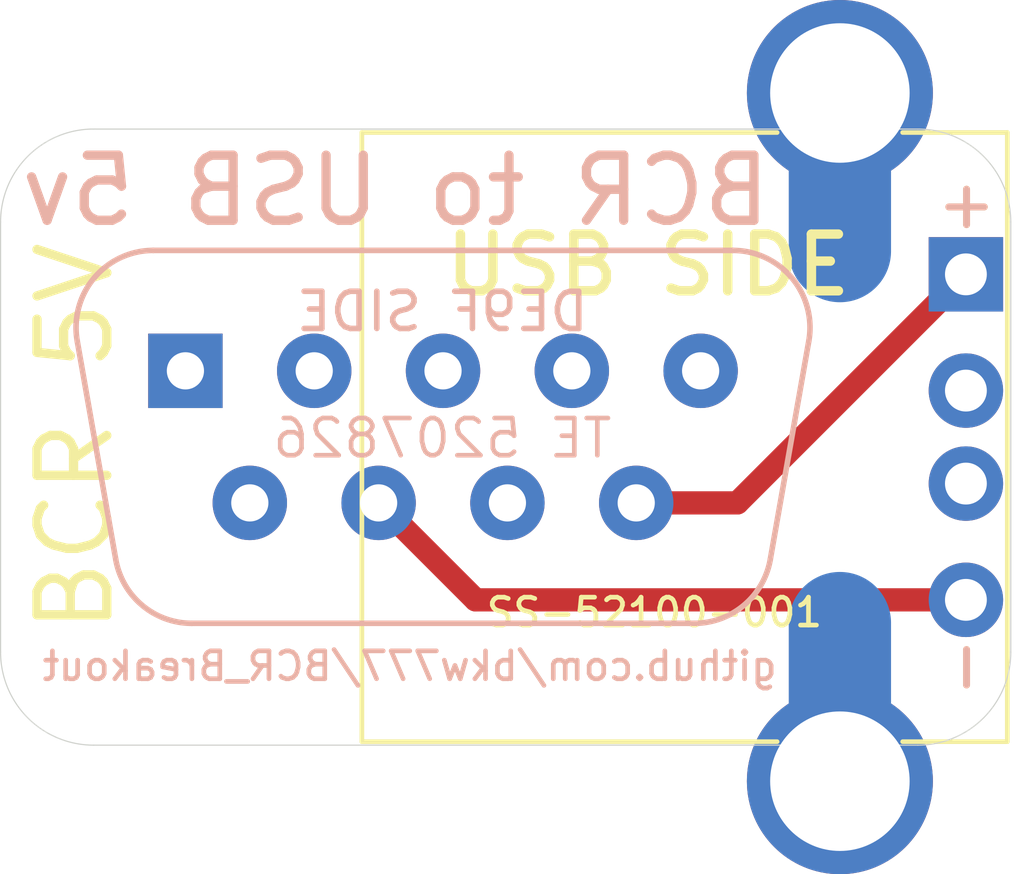
<source format=kicad_pcb>
(kicad_pcb (version 20171130) (host pcbnew 5.1.6-c6e7f7d~87~ubuntu20.04.1)

  (general
    (thickness 1.6)
    (drawings 25)
    (tracks 4)
    (zones 0)
    (modules 2)
    (nets 4)
  )

  (page A4)
  (layers
    (0 F.Cu signal)
    (31 B.Cu signal)
    (32 B.Adhes user)
    (33 F.Adhes user)
    (34 B.Paste user)
    (35 F.Paste user)
    (36 B.SilkS user)
    (37 F.SilkS user)
    (38 B.Mask user)
    (39 F.Mask user)
    (40 Dwgs.User user hide)
    (41 Cmts.User user hide)
    (42 Eco1.User user hide)
    (43 Eco2.User user hide)
    (44 Edge.Cuts user)
    (45 Margin user hide)
    (46 B.CrtYd user hide)
    (47 F.CrtYd user hide)
    (48 B.Fab user hide)
    (49 F.Fab user hide)
  )

  (setup
    (last_trace_width 0.5)
    (user_trace_width 0.5)
    (trace_clearance 0.16)
    (zone_clearance 0.508)
    (zone_45_only no)
    (trace_min 0.16)
    (via_size 0.42)
    (via_drill 0.26)
    (via_min_size 0.42)
    (via_min_drill 0.26)
    (uvia_size 0.3)
    (uvia_drill 0.1)
    (uvias_allowed no)
    (uvia_min_size 0.2)
    (uvia_min_drill 0.1)
    (edge_width 0.025)
    (segment_width 0.2)
    (pcb_text_width 0.3)
    (pcb_text_size 1.5 1.5)
    (mod_edge_width 0.1016)
    (mod_text_size 1 1)
    (mod_text_width 0.15)
    (pad_size 1.6 1.6)
    (pad_drill 0.8)
    (pad_to_mask_clearance 0)
    (aux_axis_origin 0 0)
    (grid_origin 127 95.758)
    (visible_elements FFFFFF7F)
    (pcbplotparams
      (layerselection 0x010fc_ffffffff)
      (usegerberextensions false)
      (usegerberattributes false)
      (usegerberadvancedattributes false)
      (creategerberjobfile false)
      (excludeedgelayer true)
      (linewidth 0.100000)
      (plotframeref false)
      (viasonmask false)
      (mode 1)
      (useauxorigin false)
      (hpglpennumber 1)
      (hpglpenspeed 20)
      (hpglpendiameter 15.000000)
      (psnegative false)
      (psa4output false)
      (plotreference true)
      (plotvalue true)
      (plotinvisibletext false)
      (padsonsilk false)
      (subtractmaskfromsilk false)
      (outputformat 1)
      (mirror false)
      (drillshape 1)
      (scaleselection 1)
      (outputdirectory ""))
  )

  (net 0 "")
  (net 1 /+5V)
  (net 2 /GND)
  (net 3 "Net-(CN2-PadSH)")

  (net_class Default "This is the default net class."
    (clearance 0.16)
    (trace_width 0.16)
    (via_dia 0.42)
    (via_drill 0.26)
    (uvia_dia 0.3)
    (uvia_drill 0.1)
    (add_net /+5V)
    (add_net /GND)
    (add_net "Net-(CN2-PadSH)")
  )

  (module 0_LOCAL:TE-5207826_cut (layer B.Cu) (tedit 5F2A163C) (tstamp 5F10118B)
    (at 121.475 94.333 180)
    (descr "9-pin D-Sub connector, straight/vertical, THT-mount, female, pitch 2.77x2.84mm, distance of mounting holes 25mm, see https://disti-assets.s3.amazonaws.com/tonar/files/datasheets/16730.pdf")
    (tags "9-pin D-Sub connector straight vertical THT female pitch 2.77x2.84mm mounting holes distance 25mm")
    (path /5F0C8236)
    (fp_text reference CN1 (at -5.5372 1.7018 180) (layer B.SilkS) hide
      (effects (font (size 1 1) (thickness 0.15)) (justify mirror))
    )
    (fp_text value DB9_Female (at -5.54 -4.53 180) (layer B.Fab)
      (effects (font (size 1 1) (thickness 0.15)) (justify mirror))
    )
    (fp_line (start 2.9 3.91) (end -13.95 3.91) (layer B.CrtYd) (width 0.05))
    (fp_line (start 2.9 -6.74) (end 2.9 3.91) (layer B.CrtYd) (width 0.05))
    (fp_line (start -13.95 -6.74) (end 2.9 -6.74) (layer B.CrtYd) (width 0.05))
    (fp_line (start -13.95 3.91) (end -13.95 -6.74) (layer B.CrtYd) (width 0.05))
    (fp_line (start -13.40647 0.641744) (end -12.577733 -4.058256) (layer B.SilkS) (width 0.12))
    (fp_line (start 2.32647 0.641744) (end 1.497733 -4.058256) (layer B.SilkS) (width 0.12))
    (fp_line (start -10.942952 -5.43) (end -0.137048 -5.43) (layer B.SilkS) (width 0.12))
    (fp_line (start -11.771689 2.59) (end 0.691689 2.59) (layer B.SilkS) (width 0.12))
    (fp_line (start -13.358887 0.652163) (end -12.53015 -4.047837) (layer B.Fab) (width 0.1))
    (fp_line (start 2.278887 0.652163) (end 1.45015 -4.047837) (layer B.Fab) (width 0.1))
    (fp_line (start -10.954457 -5.37) (end -0.125543 -5.37) (layer B.Fab) (width 0.1))
    (fp_line (start -11.783194 2.53) (end 0.703194 2.53) (layer B.Fab) (width 0.1))
    (fp_line (start -5.54 -0.82) (end -5.54 -2.02) (layer Dwgs.User) (width 0.01))
    (fp_line (start -6.54 -1.42) (end -4.54 -1.42) (layer Dwgs.User) (width 0.01))
    (fp_text user %R (at -5.54 -1.42 180) (layer B.Fab)
      (effects (font (size 1 1) (thickness 0.15)) (justify mirror))
    )
    (fp_arc (start -0.137048 -3.77) (end -0.137048 -5.43) (angle 80) (layer B.SilkS) (width 0.12))
    (fp_arc (start -10.942952 -3.77) (end -10.942952 -5.43) (angle -80) (layer B.SilkS) (width 0.12))
    (fp_arc (start 0.691689 0.93) (end 0.691689 2.59) (angle -100) (layer B.SilkS) (width 0.12))
    (fp_arc (start -11.771689 0.93) (end -11.771689 2.59) (angle 100) (layer B.SilkS) (width 0.12))
    (fp_arc (start -0.125543 -3.77) (end -0.125543 -5.37) (angle 80) (layer B.Fab) (width 0.1))
    (fp_arc (start -10.954457 -3.77) (end -10.954457 -5.37) (angle -80) (layer B.Fab) (width 0.1))
    (fp_arc (start 0.703194 0.93) (end 0.703194 2.53) (angle -100) (layer B.Fab) (width 0.1))
    (fp_arc (start -11.783194 0.93) (end -11.783194 2.53) (angle 100) (layer B.Fab) (width 0.1))
    (pad 9 thru_hole circle (at -9.695 -2.84 180) (size 1.6 1.6) (drill 0.8) (layers *.Cu *.Mask)
      (net 1 /+5V))
    (pad 8 thru_hole circle (at -6.925 -2.84 180) (size 1.6 1.6) (drill 0.8) (layers *.Cu *.Mask))
    (pad 7 thru_hole circle (at -4.155 -2.84 180) (size 1.6 1.6) (drill 0.8) (layers *.Cu *.Mask)
      (net 2 /GND))
    (pad 6 thru_hole circle (at -1.385 -2.84 180) (size 1.6 1.6) (drill 0.8) (layers *.Cu *.Mask))
    (pad 5 thru_hole circle (at -11.08 0 180) (size 1.6 1.6) (drill 0.8) (layers *.Cu *.Mask))
    (pad 4 thru_hole circle (at -8.31 0 180) (size 1.6 1.6) (drill 0.8) (layers *.Cu *.Mask))
    (pad 3 thru_hole circle (at -5.54 0 180) (size 1.6 1.6) (drill 0.8) (layers *.Cu *.Mask))
    (pad 2 thru_hole circle (at -2.77 0 180) (size 1.6 1.6) (drill 0.8) (layers *.Cu *.Mask))
    (pad 1 thru_hole rect (at 0 0 180) (size 1.6 1.6) (drill 0.8) (layers *.Cu *.Mask))
    (model ${KIPRJMOD}/3dmodels/TE-5207826_cut.step
      (offset (xyz -5.528 -1.42 11.5))
      (scale (xyz 1 1 1))
      (rotate (xyz 0 0 0))
    )
  )

  (module 0_LOCAL:USB_A_Female_UE27AC54100_cut (layer F.Cu) (tedit 5F266A81) (tstamp 5F2A184E)
    (at 135.55 95.758 270)
    (path /5F0C3585)
    (fp_text reference CN2 (at 0 -0.889 270 unlocked) (layer F.SilkS) hide
      (effects (font (size 1 1) (thickness 0.15)))
    )
    (fp_text value UE27AC54100 (at 0 11.35 270) (layer F.Fab)
      (effects (font (size 1 1) (thickness 0.15)))
    )
    (fp_line (start -6.75 10.375) (end 6.75 10.375) (layer F.CrtYd) (width 0.05))
    (fp_line (start -6.75 -3.94) (end -6.75 10.375) (layer F.CrtYd) (width 0.05))
    (fp_line (start 6.75 -3.94) (end 6.75 10.375) (layer F.CrtYd) (width 0.05))
    (fp_line (start -6.75 -3.94) (end 6.75 -3.94) (layer F.CrtYd) (width 0.05))
    (fp_line (start 6.55 10.28) (end -6.55 10.28) (layer F.SilkS) (width 0.1))
    (fp_line (start 6.55 -3.6) (end 6.55 -1.35) (layer F.SilkS) (width 0.1))
    (fp_line (start -6.55 10.28) (end 6.55 10.28) (layer F.Fab) (width 0.1))
    (fp_line (start -6.55 -3.6) (end -6.55 10.28) (layer F.Fab) (width 0.1))
    (fp_line (start 6.55 -3.6) (end 6.55 10.28) (layer F.Fab) (width 0.1))
    (fp_line (start -6.55 -3.6) (end 6.55 -3.6) (layer F.Fab) (width 0.1))
    (fp_line (start -6.55 -3.6) (end -6.55 -1.35) (layer F.SilkS) (width 0.1))
    (fp_line (start -6.55 1.35) (end -6.55 10.28) (layer F.SilkS) (width 0.1))
    (fp_line (start 6.55 1.35) (end 6.55 10.28) (layer F.SilkS) (width 0.1))
    (fp_line (start -6.55 -3.6) (end 6.55 -3.6) (layer F.SilkS) (width 0.1))
    (fp_text user %R (at -0.025 0.975 270) (layer F.Fab)
      (effects (font (size 1 1) (thickness 0.15)))
    )
    (pad SH smd oval (at 6.8 0 270) (size 4.8 2.2) (drill (offset -1.5 0)) (layers B.Cu B.Paste B.Mask)
      (net 3 "Net-(CN2-PadSH)"))
    (pad SH smd oval (at -6.8 0 270) (size 4.8 2.2) (drill (offset 1.5 0)) (layers B.Cu B.Paste B.Mask)
      (net 3 "Net-(CN2-PadSH)"))
    (pad 4 thru_hole circle (at 3.5 -2.71 270) (size 1.6 1.6) (drill 0.9) (layers *.Cu *.Mask)
      (net 2 /GND))
    (pad 3 thru_hole circle (at 1 -2.71 270) (size 1.6 1.6) (drill 0.9) (layers *.Cu *.Mask))
    (pad 2 thru_hole circle (at -1 -2.71 270) (size 1.6 1.6) (drill 0.9) (layers *.Cu *.Mask))
    (pad 1 thru_hole rect (at -3.5 -2.71 270) (size 1.6 1.6) (drill 0.9) (layers *.Cu *.Mask)
      (net 1 /+5V))
    (pad SH thru_hole circle (at 7.4 0 270) (size 4 4) (drill 3) (layers *.Cu *.Mask)
      (net 3 "Net-(CN2-PadSH)"))
    (pad SH thru_hole circle (at -7.4 0 270) (size 4 4) (drill 3) (layers *.Cu *.Mask)
      (net 3 "Net-(CN2-PadSH)"))
    (model ${KIPRJMOD}/3dmodels/USB-A_female_horiz_thru.step
      (offset (xyz 0 3.5 6.9))
      (scale (xyz 1 1 1))
      (rotate (xyz 0 0 0))
    )
  )

  (gr_arc (start 137.225 100.383) (end 137.225 102.383) (angle -90) (layer Edge.Cuts) (width 0.025) (tstamp 5F17A520))
  (gr_arc (start 137.225 91.133) (end 139.225 91.133) (angle -90) (layer Edge.Cuts) (width 0.025) (tstamp 5F17A515))
  (gr_arc (start 119.5 91.133) (end 119.5 89.133) (angle -90) (layer Edge.Cuts) (width 0.025) (tstamp 5F17A541))
  (gr_arc (start 119.5 100.383) (end 117.5 100.383) (angle -90) (layer Edge.Cuts) (width 0.025))
  (gr_text - (at 138.2 100.708 90) (layer F.SilkS) (tstamp 5F1782B3)
    (effects (font (size 1 1) (thickness 0.15)))
  )
  (gr_text + (at 138.2 90.808 90) (layer F.SilkS) (tstamp 5F178260)
    (effects (font (size 1 1) (thickness 0.15)))
  )
  (gr_text - (at 138.2 100.708 90) (layer B.SilkS) (tstamp 5F1780DE)
    (effects (font (size 1 1) (thickness 0.15)) (justify mirror))
  )
  (gr_text + (at 138.2 90.808 90) (layer B.SilkS)
    (effects (font (size 1 1) (thickness 0.15)) (justify mirror))
  )
  (gr_line (start 117.5 100.383) (end 117.5 91.133) (layer Edge.Cuts) (width 0.025) (tstamp 5F177F72))
  (gr_line (start 137.225 89.133) (end 119.5 89.133) (layer Edge.Cuts) (width 0.025) (tstamp 5F177F65))
  (gr_line (start 137.225 102.383) (end 119.5 102.383) (layer Edge.Cuts) (width 0.025))
  (gr_line (start 139.225 100.383) (end 139.225 91.133) (layer Edge.Cuts) (width 0.025) (tstamp 5F177F4A))
  (gr_line (start 136.6 90.408) (end 136.6 101.108) (layer Dwgs.User) (width 0.15) (tstamp 5F0FEDB0))
  (gr_line (start 117.4 90.408) (end 136.6 90.408) (layer Dwgs.User) (width 0.15))
  (gr_line (start 117.4 101.108) (end 117.4 90.408) (layer Dwgs.User) (width 0.15))
  (gr_line (start 117.4 101.108) (end 136.6 101.108) (layer Dwgs.User) (width 0.15))
  (gr_text "TE 5207826" (at 127 95.783) (layer B.SilkS) (tstamp 5F0FB6BF)
    (effects (font (size 0.8 0.8) (thickness 0.1)) (justify mirror))
  )
  (gr_text SS-52100-001 (at 131.56 99.528) (layer F.SilkS) (tstamp 5F0FB5FB)
    (effects (font (size 0.6 0.6) (thickness 0.1)))
  )
  (gr_text github.com/bkw777/BCR_Breakout (at 126.3 100.683) (layer B.SilkS) (tstamp 5F0FA981)
    (effects (font (size 0.6 0.6) (thickness 0.1)) (justify mirror))
  )
  (gr_text "BCR to USB 5v" (at 126 90.458) (layer B.SilkS) (tstamp 5F177F6D)
    (effects (font (size 1.4 1.4) (thickness 0.2)) (justify mirror))
  )
  (gr_line (start 114.3 87.376) (end 139.7 104.14) (layer Dwgs.User) (width 0.0254))
  (gr_line (start 114.3 104.14) (end 139.7 87.376) (layer Dwgs.User) (width 0.0254))
  (gr_text "BCR 5V" (at 119.1 95.758 90) (layer F.SilkS)
    (effects (font (size 1.5 1.5) (thickness 0.2)))
  )
  (gr_text "DE9F SIDE" (at 127 93.058) (layer B.SilkS)
    (effects (font (size 0.8 0.8) (thickness 0.12)) (justify mirror))
  )
  (gr_text "USB SIDE" (at 131.425 92.058) (layer F.SilkS)
    (effects (font (size 1.2192 1.2192) (thickness 0.2032)))
  )

  (segment (start 133.345 97.173) (end 131.17 97.173) (width 0.5) (layer F.Cu) (net 1))
  (segment (start 138.26 92.258) (end 133.345 97.173) (width 0.5) (layer F.Cu) (net 1))
  (segment (start 127.715 99.258) (end 138.26 99.258) (width 0.5) (layer F.Cu) (net 2))
  (segment (start 125.63 97.173) (end 127.715 99.258) (width 0.5) (layer F.Cu) (net 2))

)

</source>
